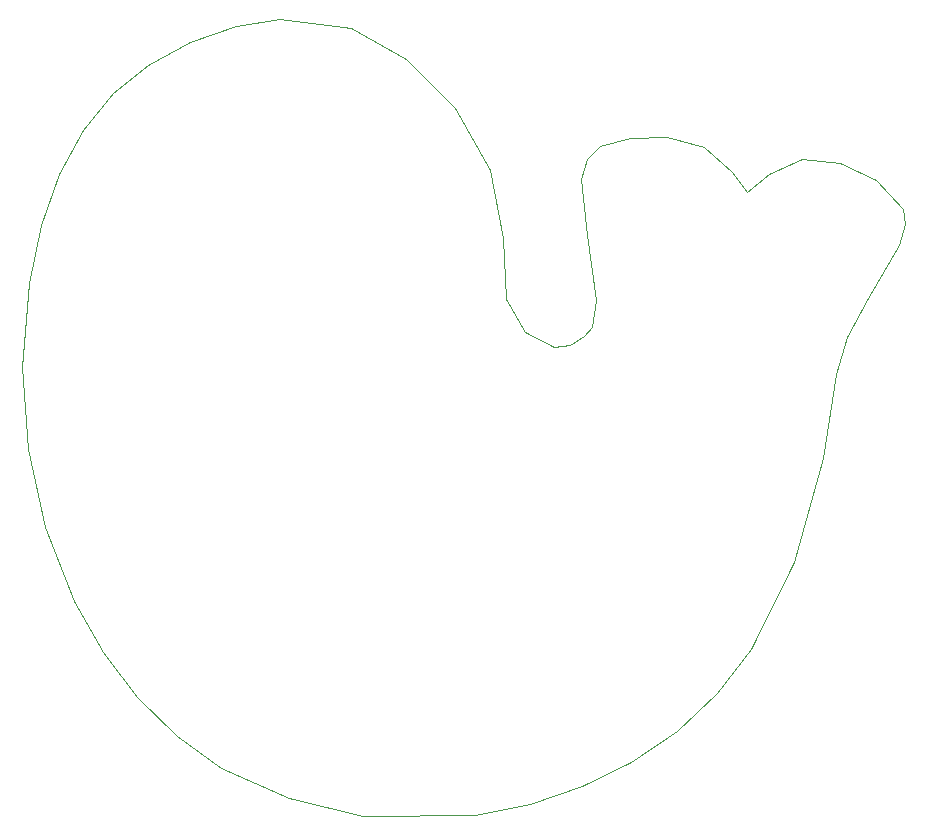
<source format=gbr>
%TF.GenerationSoftware,KiCad,Pcbnew,9.0.6*%
%TF.CreationDate,2025-12-18T11:45:50-05:00*%
%TF.ProjectId,seal_project,7365616c-5f70-4726-9f6a-6563742e6b69,rev?*%
%TF.SameCoordinates,Original*%
%TF.FileFunction,Profile,NP*%
%FSLAX46Y46*%
G04 Gerber Fmt 4.6, Leading zero omitted, Abs format (unit mm)*
G04 Created by KiCad (PCBNEW 9.0.6) date 2025-12-18 11:45:50*
%MOMM*%
%LPD*%
G01*
G04 APERTURE LIST*
%TA.AperFunction,Profile*%
%ADD10C,0.032000*%
%TD*%
G04 APERTURE END LIST*
D10*
X160848547Y-86666791D02*
X159492491Y-86828347D01*
X137090955Y-124971409D02*
X143367572Y-126517192D01*
X132621754Y-59631368D02*
X128736595Y-60966648D01*
X184298826Y-86006492D02*
X186114947Y-82630832D01*
X186813516Y-72715217D02*
X183772664Y-71215406D01*
X175876442Y-73658191D02*
X174572406Y-71979235D01*
X124222214Y-116489166D02*
X127560839Y-119742419D01*
X188688097Y-78175156D02*
X189255244Y-76390658D01*
X121324570Y-112681934D02*
X124222214Y-116489166D01*
X169083458Y-69043718D02*
X165935959Y-69081460D01*
X119623079Y-68483687D02*
X117584113Y-72210834D01*
X155454229Y-82756589D02*
X155181595Y-77593659D01*
X162318207Y-70871888D02*
X161844678Y-72606663D01*
X176167339Y-112391147D02*
X179861048Y-105056102D01*
X157488159Y-125520577D02*
X161918037Y-124009473D01*
X163068255Y-82808376D02*
X162720437Y-85139889D01*
X147028142Y-62457661D02*
X142325570Y-59850194D01*
X162067669Y-85926167D02*
X160848547Y-86666791D01*
X131361878Y-122466055D02*
X137090955Y-124971409D01*
X172186944Y-69925460D02*
X169083458Y-69043718D01*
X154061537Y-71823941D02*
X151141926Y-66613759D01*
X152867655Y-126450246D02*
X157488159Y-125520577D01*
X182267659Y-96174718D02*
X183395037Y-89078238D01*
X128736595Y-60966648D02*
X125118927Y-62908752D01*
X183395037Y-89078238D02*
X184298826Y-86006492D01*
X142325570Y-59850194D02*
X136337851Y-59089730D01*
X174572406Y-71979235D02*
X172186944Y-69925460D01*
X114500000Y-88500000D02*
X114960667Y-95422768D01*
X115049006Y-81405158D02*
X114500000Y-88500000D01*
X116414868Y-102059536D02*
X118846477Y-108296366D01*
X127560839Y-119742419D02*
X131361878Y-122466055D01*
X179861048Y-105056102D02*
X182267659Y-96174718D01*
X143367572Y-126517192D02*
X152867655Y-126450246D01*
X136337851Y-59089730D02*
X132621754Y-59631368D01*
X163418466Y-69786138D02*
X162318207Y-70871888D01*
X151141926Y-66613759D02*
X147028142Y-62457661D01*
X177711099Y-72198053D02*
X175876442Y-73658191D01*
X186114947Y-82630832D02*
X188688097Y-78175156D01*
X118846477Y-108296366D02*
X121324570Y-112681934D01*
X183772664Y-71215406D02*
X180544076Y-70934433D01*
X161844678Y-72606663D02*
X162273743Y-77313466D01*
X155181595Y-77593659D02*
X154061537Y-71823941D01*
X161918037Y-124009473D02*
X166079089Y-121928956D01*
X116066672Y-76501564D02*
X115049006Y-81405158D01*
X117584113Y-72210834D02*
X116066672Y-76501564D01*
X166079089Y-121928956D02*
X169893125Y-119291051D01*
X180544076Y-70934433D02*
X177711099Y-72198053D01*
X189255244Y-76390658D02*
X189083280Y-75108104D01*
X159492491Y-86828347D02*
X157087957Y-85586758D01*
X165935959Y-69081460D02*
X163418466Y-69786138D01*
X162273743Y-77313466D02*
X163068255Y-82808376D01*
X173281940Y-116107772D02*
X176167339Y-112391147D01*
X169893125Y-119291051D02*
X173281940Y-116107772D01*
X189083280Y-75108104D02*
X186813516Y-72715217D01*
X157087957Y-85586758D02*
X155454229Y-82756589D01*
X122205308Y-65270843D02*
X119623079Y-68483687D01*
X125118927Y-62908752D02*
X122205308Y-65270843D01*
X114960667Y-95422768D02*
X116414868Y-102059536D01*
X162720437Y-85139889D02*
X162067669Y-85926167D01*
M02*

</source>
